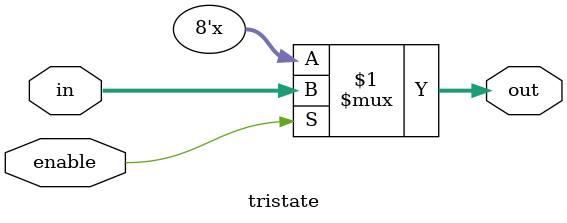
<source format=v>
module tristate (
    input   [7:0] in,
    input   enable,
    output  [7:0] out
);

assign out = enable?in:8'bzzzzzzzz;

endmodule

</source>
